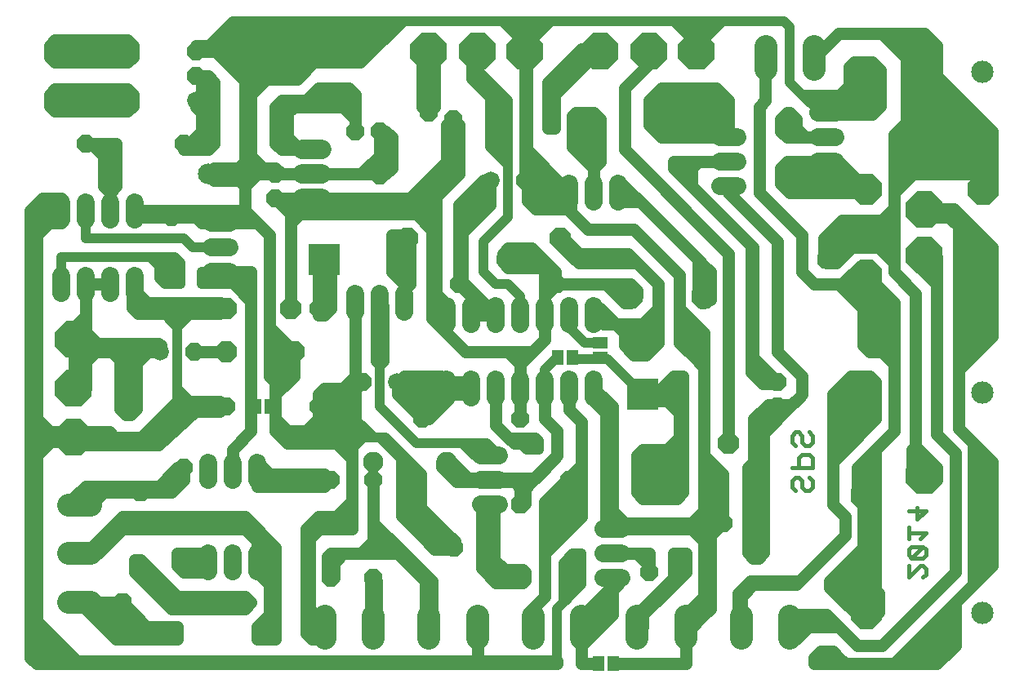
<source format=gbr>
G75*
%MOIN*%
%OFA0B0*%
%FSLAX24Y24*%
%IPPOS*%
%LPD*%
%AMOC8*
5,1,8,0,0,1.08239X$1,22.5*
%
%ADD10C,0.0180*%
%ADD11C,0.0150*%
%ADD12C,0.0720*%
%ADD13C,0.0920*%
%ADD14C,0.0720*%
%ADD15OC8,0.0720*%
%ADD16C,0.0872*%
%ADD17C,0.0833*%
%ADD18C,0.0840*%
%ADD19OC8,0.0760*%
%ADD20R,0.1280X0.1280*%
%ADD21OC8,0.1000*%
%ADD22C,0.0912*%
%ADD23C,0.0800*%
%ADD24R,0.0460X0.0630*%
%ADD25R,0.0630X0.0460*%
%ADD26C,0.0500*%
%ADD27C,0.0400*%
%ADD28OC8,0.0860*%
%ADD29C,0.0700*%
%ADD30C,0.0320*%
%ADD31OC8,0.1250*%
%ADD32OC8,0.1500*%
D10*
X038520Y019108D02*
X038657Y018971D01*
X038520Y019108D02*
X038520Y019381D01*
X038657Y019518D01*
X038794Y019518D01*
X038930Y019381D01*
X038930Y019108D01*
X039067Y018971D01*
X039204Y018971D01*
X039341Y019108D01*
X039341Y019381D01*
X039204Y019518D01*
X039341Y019892D02*
X038520Y019892D01*
X038794Y019892D02*
X038794Y020302D01*
X038930Y020439D01*
X039204Y020439D01*
X039341Y020302D01*
X039341Y019892D01*
X039204Y020813D02*
X039067Y020813D01*
X038930Y020949D01*
X038930Y021223D01*
X038794Y021360D01*
X038657Y021360D01*
X038520Y021223D01*
X038520Y020949D01*
X038657Y020813D01*
X039204Y020813D02*
X039341Y020949D01*
X039341Y021223D01*
X039204Y021360D01*
D11*
X043270Y018157D02*
X043981Y018157D01*
X043625Y017801D01*
X043625Y018275D01*
X043270Y017483D02*
X043270Y017010D01*
X043270Y017246D02*
X043981Y017246D01*
X043744Y017010D01*
X043862Y016691D02*
X043388Y016691D01*
X043270Y016573D01*
X043270Y016336D01*
X043388Y016218D01*
X043862Y016691D01*
X043981Y016573D01*
X043981Y016336D01*
X043862Y016218D01*
X043388Y016218D01*
X043270Y015900D02*
X043270Y015426D01*
X043744Y015900D01*
X043862Y015900D01*
X043981Y015781D01*
X043981Y015544D01*
X043862Y015426D01*
D12*
X031540Y015393D02*
X030820Y015393D01*
X030820Y016393D02*
X031540Y016393D01*
X031540Y017393D02*
X030820Y017393D01*
X026540Y018393D02*
X025820Y018393D01*
X025820Y019393D02*
X026540Y019393D01*
X026540Y020393D02*
X025820Y020393D01*
X025430Y022783D02*
X025430Y023503D01*
X024430Y023503D02*
X024430Y022783D01*
X026430Y022783D02*
X026430Y023503D01*
X027430Y023503D02*
X027430Y022783D01*
X028430Y022783D02*
X028430Y023503D01*
X029430Y023503D02*
X029430Y022783D01*
X030430Y022783D02*
X030430Y023503D01*
X030430Y025783D02*
X030430Y026503D01*
X029430Y026503D02*
X029430Y025783D01*
X028430Y025783D02*
X028430Y026503D01*
X027430Y026503D02*
X027430Y025783D01*
X026430Y025783D02*
X026430Y026503D01*
X025430Y026503D02*
X025430Y025783D01*
X024430Y025783D02*
X024430Y026503D01*
X022680Y026283D02*
X022680Y027003D01*
X021680Y027003D02*
X021680Y026283D01*
X020680Y026283D02*
X020680Y027003D01*
X015540Y027893D02*
X014820Y027893D01*
X014820Y028893D02*
X015540Y028893D01*
X015540Y029893D02*
X014820Y029893D01*
X011680Y030033D02*
X011680Y030753D01*
X010680Y030753D02*
X010680Y030033D01*
X009680Y030033D02*
X009680Y030753D01*
X008680Y030753D02*
X008680Y030033D01*
X008680Y027753D02*
X008680Y027033D01*
X009680Y027033D02*
X009680Y027753D01*
X010680Y027753D02*
X010680Y027033D01*
X011680Y027033D02*
X011680Y027753D01*
X014680Y020113D02*
X014680Y019393D01*
X015680Y019393D02*
X015680Y020113D01*
X016680Y020113D02*
X016680Y019393D01*
X016680Y016393D02*
X016680Y015673D01*
X015680Y015673D02*
X015680Y016393D01*
X014680Y016393D02*
X014680Y015673D01*
X029430Y030783D02*
X029430Y031503D01*
X030430Y031503D02*
X030430Y030783D01*
X031430Y030783D02*
X031430Y031503D01*
X035570Y031393D02*
X036290Y031393D01*
X036290Y032393D02*
X035570Y032393D01*
X035570Y033393D02*
X036290Y033393D01*
X039570Y033393D02*
X040290Y033393D01*
X040290Y032393D02*
X039570Y032393D01*
X039570Y034393D02*
X040290Y034393D01*
D13*
X039420Y036183D02*
X039420Y037103D01*
X037440Y037103D02*
X037440Y036183D01*
X009890Y018363D02*
X008970Y018363D01*
X008970Y016393D02*
X009890Y016393D01*
X009890Y014423D02*
X008970Y014423D01*
X019440Y013853D02*
X019440Y012933D01*
X021420Y012933D02*
X021420Y013853D01*
X023690Y013853D02*
X023690Y012933D01*
X025670Y012933D02*
X025670Y013853D01*
X027940Y013853D02*
X027940Y012933D01*
X029920Y012933D02*
X029920Y013853D01*
X032190Y013853D02*
X032190Y012933D01*
X034170Y012933D02*
X034170Y013853D01*
X036440Y013853D02*
X036440Y012933D01*
X038420Y012933D02*
X038420Y013853D01*
X009640Y034903D02*
X008720Y034903D01*
X008720Y036883D02*
X009640Y036883D01*
D14*
X014180Y034893D03*
X020430Y035193D03*
X026230Y031643D03*
X021680Y030443D03*
X022380Y023393D03*
X026130Y016643D03*
X037130Y017643D03*
X012730Y024643D03*
D15*
X014130Y024643D03*
X015430Y022393D03*
X013680Y019893D03*
X011430Y022393D03*
X013180Y028143D03*
X013180Y030143D03*
X013680Y033143D03*
X011180Y034893D03*
X011180Y036893D03*
X014180Y036893D03*
X014180Y035893D03*
X018180Y035893D03*
X020430Y036593D03*
X023680Y034393D03*
X024680Y034143D03*
X027630Y031643D03*
X028680Y034143D03*
X029680Y034143D03*
X033680Y034143D03*
X034430Y034143D03*
X038430Y034143D03*
X030805Y028393D03*
X028930Y027393D03*
X026805Y028393D03*
X024930Y027393D03*
X023680Y030393D03*
X021680Y031843D03*
X021680Y033643D03*
X020680Y033643D03*
X017430Y031893D03*
X017430Y030893D03*
X019180Y026393D03*
X020980Y023393D03*
X019180Y022393D03*
X019680Y019393D03*
X021430Y019393D03*
X023430Y021893D03*
X027430Y021893D03*
X029430Y019393D03*
X032680Y019643D03*
X033930Y019643D03*
X035730Y017643D03*
X033930Y015643D03*
X032680Y015643D03*
X029430Y015393D03*
X024730Y016643D03*
X021430Y015393D03*
X019680Y015393D03*
X017180Y013143D03*
X013680Y015893D03*
X013180Y013143D03*
X033930Y022393D03*
X033930Y023393D03*
X037930Y023393D03*
X037930Y022393D03*
X009680Y033143D03*
D16*
X009180Y025112D03*
X009180Y023143D03*
X009180Y021175D03*
X023711Y036893D03*
X025680Y036893D03*
X027649Y036893D03*
X030711Y036893D03*
X032680Y036893D03*
X034649Y036893D03*
D17*
X017680Y034143D03*
X017680Y033143D03*
X014680Y033143D03*
X014680Y034143D03*
X021430Y020143D03*
X024430Y020143D03*
D18*
X014680Y031893D03*
X010680Y031893D03*
D19*
X011930Y018893D03*
X011930Y015893D03*
X011180Y014393D03*
X016180Y014393D03*
X027430Y015393D03*
X027430Y018393D03*
X039930Y028393D03*
X039930Y031393D03*
X040180Y015143D03*
X040180Y012143D03*
D20*
X032430Y022893D03*
X019430Y028393D03*
D21*
X031930Y026893D03*
X034930Y026893D03*
D22*
X041568Y027781D03*
X043930Y028569D03*
X043930Y030468D03*
X041568Y031256D03*
X046292Y031256D03*
X046292Y027781D03*
X046292Y022978D03*
X043930Y019569D03*
X041568Y018781D03*
X046292Y018781D03*
X041568Y022978D03*
X041568Y013978D03*
X046292Y013978D03*
X046292Y036059D03*
X041568Y036059D03*
D23*
X019330Y032893D02*
X018530Y032893D01*
X018530Y031893D02*
X019330Y031893D01*
X019330Y030893D02*
X018530Y030893D01*
D24*
X017230Y022393D03*
X016630Y022393D03*
X028943Y024393D03*
X029543Y024393D03*
X030630Y011893D03*
X031230Y011893D03*
D25*
X030680Y024406D03*
X030680Y025006D03*
D26*
X007680Y011893D02*
X007430Y012143D01*
X007430Y014143D01*
X007680Y014393D01*
X007680Y013643D01*
X009430Y011893D01*
X008930Y011893D01*
X007930Y012893D01*
X007930Y012393D01*
X008180Y012143D01*
X008055Y012018D02*
X025430Y012018D01*
X025305Y011893D01*
X009430Y011893D01*
X008930Y011893D02*
X007680Y011893D01*
X007680Y012393D01*
X008055Y012018D01*
X007680Y012393D02*
X007680Y013643D01*
X007430Y014143D02*
X007430Y020143D01*
X008430Y021143D01*
X007680Y021893D01*
X007680Y029393D01*
X008180Y029893D01*
X008680Y029893D01*
X008680Y030393D01*
X008180Y030393D01*
X007430Y029643D01*
X007430Y020143D01*
X007680Y020893D02*
X007680Y021175D01*
X007680Y021893D01*
X007680Y021175D02*
X009180Y021175D01*
X007680Y020893D02*
X007680Y014393D01*
X009210Y014393D02*
X009430Y014423D01*
X009430Y014393D02*
X010680Y013143D01*
X010930Y012893D01*
X012930Y012893D01*
X013430Y012893D01*
X013430Y013393D01*
X013180Y013393D01*
X013430Y013143D01*
X013180Y013143D02*
X012930Y013393D01*
X013180Y013393D01*
X013180Y013143D02*
X012430Y013143D01*
X011180Y014393D01*
X010930Y014143D01*
X010680Y014143D01*
X011180Y013643D01*
X011180Y013393D01*
X010430Y014143D01*
X009930Y014143D01*
X010930Y013143D01*
X011930Y013143D01*
X012430Y013143D01*
X011930Y013143D02*
X011680Y013393D01*
X012930Y013393D01*
X013180Y013143D02*
X012930Y012893D01*
X011680Y013393D02*
X011180Y013893D01*
X011180Y014393D01*
X009430Y014393D01*
X009210Y014393D01*
X010680Y013143D02*
X010930Y013143D01*
X013180Y014143D02*
X016180Y014143D01*
X016430Y014393D01*
X016180Y014643D01*
X013430Y014643D01*
X011930Y016143D01*
X011680Y016143D01*
X011680Y015643D01*
X013180Y014143D01*
X013430Y014393D02*
X011930Y015893D01*
X013430Y015893D02*
X013680Y015643D01*
X014680Y015643D01*
X014680Y016393D01*
X013430Y016393D01*
X013430Y015893D01*
X013680Y015893D02*
X014680Y015893D01*
X014680Y016393D01*
X016180Y017393D02*
X016680Y016893D01*
X016930Y016893D01*
X017430Y016393D01*
X017430Y014893D01*
X016680Y015643D01*
X016680Y016393D01*
X016680Y017393D01*
X016180Y017893D01*
X011180Y017893D01*
X009680Y016393D01*
X009180Y016393D01*
X009430Y016393D02*
X010180Y016393D01*
X011180Y017393D01*
X016180Y017393D01*
X016680Y017393D01*
X016930Y017143D01*
X017430Y016643D01*
X017430Y016393D01*
X017180Y016143D02*
X016930Y016393D01*
X017180Y016143D02*
X017180Y013893D01*
X016680Y013393D01*
X017180Y013393D01*
X017180Y013143D01*
X017180Y012893D01*
X017430Y012893D01*
X017430Y014893D01*
X017180Y013893D02*
X017180Y013393D01*
X017180Y012893D02*
X016680Y012893D01*
X016680Y013393D01*
X016430Y014393D02*
X016180Y014393D01*
X013430Y014393D01*
X009930Y018393D02*
X010430Y018893D01*
X011930Y018893D01*
X013180Y018893D01*
X013680Y019393D01*
X013680Y019893D01*
X012930Y019143D01*
X012680Y019143D02*
X013430Y019893D01*
X013680Y019893D01*
X012680Y019143D02*
X009680Y019143D01*
X008930Y018393D01*
X009430Y018393D01*
X009430Y018893D01*
X011930Y018893D01*
X009430Y018393D02*
X009430Y018363D01*
X011430Y022393D02*
X011430Y024143D01*
X011430Y024643D01*
X009680Y024643D01*
X009680Y024862D01*
X009680Y025518D01*
X009680Y026143D01*
X009680Y027393D01*
X010680Y027393D01*
X011680Y027393D02*
X011680Y027143D01*
X011680Y026393D01*
X013430Y026393D01*
X014180Y026393D01*
X015430Y026393D01*
X015180Y026643D01*
X012180Y026643D01*
X011680Y027143D01*
X009680Y024862D02*
X009180Y025112D01*
X009680Y024643D02*
X009680Y024518D01*
X009680Y023643D01*
X009680Y023143D01*
X009180Y023143D01*
X011430Y024643D02*
X012305Y024643D01*
X012680Y024643D01*
X012730Y024643D01*
X014130Y024643D02*
X015430Y024643D01*
X017180Y024643D02*
X017180Y023643D01*
X017430Y023393D01*
X017430Y024893D01*
X017930Y024393D01*
X017930Y023893D01*
X017680Y023643D01*
X017430Y023393D02*
X017430Y022893D01*
X018180Y023643D01*
X018180Y024643D01*
X017180Y025643D01*
X017180Y029393D01*
X016680Y029893D01*
X014430Y029893D01*
X014180Y030143D01*
X011680Y030143D01*
X011680Y030393D02*
X013180Y030393D01*
X013180Y030143D01*
X013180Y030393D02*
X015180Y030393D01*
X016180Y030393D01*
X016180Y031393D01*
X016680Y031893D01*
X016180Y032393D01*
X015680Y031893D01*
X016180Y031393D01*
X016180Y031643D01*
X014930Y031643D01*
X014680Y031893D01*
X017430Y031893D01*
X017180Y032143D01*
X017430Y032143D01*
X017680Y031893D01*
X017430Y031893D01*
X016680Y031893D01*
X016180Y031893D01*
X016180Y031643D01*
X016180Y031893D02*
X015680Y031893D01*
X014680Y031893D01*
X014930Y032143D01*
X016930Y032143D01*
X016430Y032643D01*
X016430Y035143D01*
X016680Y035393D01*
X016430Y035643D01*
X016430Y036143D01*
X016430Y036393D01*
X016680Y036643D01*
X016930Y036643D01*
X016430Y036143D01*
X016430Y035643D02*
X017180Y036393D01*
X017180Y036643D01*
X017430Y036393D01*
X017430Y036143D01*
X017180Y036143D01*
X016180Y035143D01*
X016180Y034893D01*
X016430Y035143D01*
X016180Y035143D02*
X016180Y035643D01*
X016180Y036893D01*
X017430Y036893D01*
X017930Y036393D01*
X018430Y036393D01*
X018680Y036643D01*
X018930Y036393D01*
X018305Y035768D01*
X018180Y035768D01*
X018180Y035893D01*
X018180Y036893D01*
X018930Y036893D01*
X018930Y036393D01*
X018680Y036643D02*
X018430Y036643D01*
X018180Y036893D02*
X017430Y036893D01*
X017430Y036393D01*
X018055Y035768D01*
X017055Y035768D01*
X016680Y035393D01*
X016180Y034893D02*
X016180Y032393D01*
X016180Y031893D01*
X016930Y032143D02*
X017180Y032143D01*
X017680Y031893D02*
X018930Y031893D01*
X021930Y031893D01*
X022180Y032143D01*
X022180Y033393D01*
X021930Y033643D01*
X021680Y033643D01*
X021680Y032643D01*
X020930Y031893D01*
X021630Y031893D01*
X021680Y031843D01*
X021680Y033643D01*
X020680Y033643D02*
X020680Y034143D01*
X020180Y034643D01*
X018180Y034643D01*
X017930Y034393D01*
X017930Y033393D01*
X018430Y032893D01*
X018930Y032893D01*
X018430Y032893D02*
X017930Y032893D01*
X017680Y032893D01*
X017430Y033143D01*
X017430Y034643D01*
X017680Y034893D01*
X018680Y034893D01*
X019180Y035393D01*
X020430Y035393D01*
X020680Y035143D01*
X020680Y034393D01*
X020180Y034893D01*
X018680Y034893D01*
X017680Y034893D02*
X017680Y034143D01*
X017680Y033143D01*
X017930Y032893D01*
X018930Y031893D02*
X020930Y031893D01*
X021680Y030893D02*
X022930Y030893D01*
X024430Y032393D01*
X024430Y032143D01*
X024680Y032143D01*
X024930Y032393D01*
X024930Y031893D01*
X023930Y030893D01*
X023680Y030893D01*
X023180Y030893D01*
X023305Y030768D01*
X023680Y030393D01*
X023680Y030268D01*
X023805Y030143D01*
X023805Y026643D01*
X023805Y026018D01*
X024430Y025393D01*
X024430Y026143D01*
X024305Y026143D01*
X023805Y026643D01*
X023930Y026643D02*
X023930Y029518D01*
X023180Y030268D01*
X018430Y030268D01*
X018305Y030393D01*
X018180Y030393D01*
X018180Y030143D02*
X018930Y030893D01*
X018680Y030893D01*
X018430Y030643D01*
X021430Y030643D01*
X021680Y030393D01*
X018555Y030393D01*
X018430Y030268D01*
X018055Y029893D01*
X018055Y030893D01*
X018930Y030893D01*
X021680Y030893D01*
X021680Y030443D01*
X021680Y030393D02*
X023680Y030393D01*
X023930Y030143D01*
X023930Y029518D01*
X022930Y029393D02*
X022930Y027393D01*
X022680Y027143D01*
X022680Y027393D01*
X022180Y027893D01*
X022180Y029393D01*
X022930Y029393D01*
X022805Y029268D02*
X022680Y029143D01*
X022680Y027393D01*
X022680Y027143D02*
X022680Y026643D01*
X021805Y026518D02*
X021805Y024268D01*
X021680Y024143D01*
X021555Y024268D01*
X021555Y026518D01*
X021805Y026518D01*
X021680Y026643D02*
X021680Y024143D01*
X020980Y023393D02*
X020930Y023343D01*
X020680Y023143D01*
X020680Y021893D01*
X020180Y021893D01*
X019680Y021393D01*
X019430Y021393D01*
X019430Y022643D01*
X019680Y022893D01*
X020180Y022893D01*
X020180Y022393D01*
X019680Y021893D01*
X019680Y022393D01*
X019930Y022643D01*
X020180Y023143D02*
X019430Y023143D01*
X019180Y022893D01*
X019180Y022393D01*
X019180Y021893D01*
X018680Y021393D01*
X017930Y021393D01*
X017430Y021893D01*
X017430Y021393D01*
X017680Y021393D01*
X017680Y021143D02*
X017930Y020893D01*
X019930Y020893D01*
X020555Y020268D01*
X020555Y020331D01*
X019743Y021143D01*
X020555Y021956D01*
X021305Y021206D01*
X020993Y021206D01*
X020493Y020706D01*
X020430Y021018D02*
X020680Y021018D01*
X020805Y021143D01*
X020555Y021143D02*
X020430Y021143D01*
X019743Y021143D01*
X019180Y021143D01*
X017680Y021143D01*
X017430Y021393D01*
X017430Y021893D02*
X017430Y022393D01*
X017430Y022893D01*
X016430Y022393D02*
X016430Y021393D01*
X015680Y020643D01*
X015680Y019393D01*
X016680Y019393D02*
X016680Y019143D01*
X016930Y019143D01*
X016680Y019393D01*
X019680Y019393D01*
X019430Y019143D01*
X017430Y019143D01*
X016930Y019143D01*
X017180Y019643D02*
X019430Y019643D01*
X019680Y019393D01*
X020555Y020268D02*
X020555Y017393D01*
X018680Y017393D01*
X019180Y017893D01*
X019930Y017893D01*
X020430Y018393D01*
X020430Y017893D01*
X020180Y017643D01*
X019430Y017643D01*
X018805Y017018D01*
X018805Y014143D01*
X019305Y013643D01*
X019430Y013393D02*
X019430Y012893D01*
X018930Y012893D01*
X018680Y013143D01*
X018680Y013393D01*
X018680Y016893D01*
X018805Y017018D01*
X018680Y016893D02*
X018680Y017393D01*
X019680Y016393D02*
X019555Y016268D01*
X019555Y015518D01*
X019680Y015393D01*
X019680Y015893D01*
X019805Y016018D01*
X019805Y015393D01*
X019680Y015893D02*
X019680Y016393D01*
X020180Y016393D01*
X020930Y016393D01*
X021430Y016893D01*
X021930Y016393D01*
X022430Y016393D01*
X023555Y015268D01*
X023555Y013268D01*
X023680Y013268D01*
X023805Y013393D01*
X023805Y015268D01*
X023680Y015393D01*
X022680Y016393D01*
X021555Y017518D01*
X021555Y017143D01*
X022055Y016643D01*
X021930Y016393D02*
X021430Y016393D01*
X020930Y016393D01*
X021430Y016393D02*
X021430Y016893D01*
X021430Y019393D01*
X020555Y020331D02*
X020555Y021143D01*
X020555Y021956D01*
X020555Y023018D01*
X020680Y023143D01*
X020680Y023643D01*
X020180Y023143D01*
X020680Y023643D02*
X020680Y026643D01*
X019680Y026393D02*
X019680Y028393D01*
X019180Y028393D01*
X019180Y026143D01*
X019430Y026143D01*
X019680Y026393D01*
X019430Y026643D02*
X019430Y028393D01*
X018055Y029893D02*
X018055Y026393D01*
X019180Y026393D02*
X019430Y026643D01*
X018180Y024643D02*
X017180Y024643D01*
X017180Y025643D01*
X016430Y026643D02*
X016430Y022393D01*
X016680Y020143D02*
X017180Y019643D01*
X019180Y021143D02*
X019180Y021893D01*
X022430Y022893D02*
X023430Y021893D01*
X023680Y021893D01*
X024430Y022643D01*
X024430Y023393D01*
X025430Y023393D01*
X025430Y022893D01*
X023680Y022893D01*
X023180Y022893D01*
X023430Y023143D02*
X023680Y022893D01*
X023930Y022893D02*
X023930Y022643D01*
X024430Y023143D01*
X025430Y023143D01*
X026430Y023143D02*
X026430Y021643D01*
X026930Y021143D01*
X027180Y020893D01*
X027430Y020893D01*
X027930Y020893D01*
X028930Y020643D02*
X028930Y020393D01*
X027930Y019393D01*
X027805Y019393D01*
X027430Y019393D01*
X027430Y019018D01*
X027430Y018393D01*
X028430Y018393D02*
X028430Y018518D01*
X029805Y019893D01*
X029805Y018268D01*
X028680Y017143D01*
X028680Y017643D01*
X029680Y018643D01*
X029680Y019143D01*
X028680Y018143D01*
X028430Y018393D02*
X028430Y016393D01*
X029930Y017893D01*
X029930Y019893D01*
X029430Y019393D01*
X028430Y018393D01*
X027430Y019393D02*
X026180Y019393D01*
X025180Y019393D01*
X024430Y020143D01*
X023430Y021893D02*
X023930Y022643D01*
X023930Y022893D02*
X023430Y023393D01*
X024180Y023393D01*
X024180Y023143D01*
X023430Y022393D01*
X023180Y022393D01*
X022680Y022893D01*
X022930Y023143D01*
X023430Y023143D01*
X023430Y023393D02*
X022430Y023393D01*
X022680Y023643D01*
X024180Y023643D01*
X024430Y023393D01*
X025180Y024643D02*
X024430Y025393D01*
X025180Y024643D02*
X026930Y024643D01*
X027930Y024643D01*
X028430Y025143D01*
X028430Y026143D01*
X028430Y026893D01*
X028430Y027893D01*
X028180Y028143D01*
X028930Y027393D02*
X030930Y027393D01*
X031680Y026643D01*
X031930Y026643D01*
X032180Y026893D01*
X032180Y027143D01*
X031930Y027393D01*
X031430Y027393D01*
X031930Y026893D01*
X031430Y027393D02*
X030930Y027393D01*
X030805Y028393D02*
X029930Y028393D01*
X030055Y028268D01*
X029805Y028268D01*
X029555Y028518D01*
X028930Y029143D01*
X029055Y029268D02*
X029805Y028518D01*
X029555Y028518D01*
X029805Y028518D02*
X029930Y028393D01*
X030055Y028268D02*
X032180Y028268D01*
X033055Y027393D01*
X033055Y026393D01*
X033055Y026143D01*
X032555Y025643D01*
X032180Y025643D01*
X032055Y025518D01*
X032055Y024893D01*
X032180Y024893D01*
X032305Y024768D01*
X032430Y024768D01*
X032805Y025143D01*
X032805Y025518D01*
X032430Y025143D01*
X032430Y025768D02*
X031305Y025768D01*
X031680Y025393D01*
X031680Y024893D01*
X032055Y024518D01*
X032555Y024518D01*
X033055Y025018D01*
X033055Y026143D01*
X033055Y026393D02*
X032430Y025768D01*
X031305Y025768D02*
X030680Y026393D01*
X030430Y026393D01*
X030430Y026143D02*
X030805Y025768D01*
X031305Y025768D01*
X028930Y027393D02*
X028430Y026893D01*
X026430Y026393D02*
X025680Y026393D01*
X025430Y026643D01*
X025430Y026893D01*
X025430Y027143D01*
X026430Y026143D01*
X025430Y026143D01*
X025430Y026643D01*
X025430Y026893D02*
X024930Y027393D01*
X024930Y029393D01*
X024930Y029893D01*
X025930Y030893D01*
X025930Y031143D01*
X025180Y030393D01*
X025180Y029643D01*
X025055Y029518D01*
X025055Y027518D01*
X025430Y027143D01*
X024430Y026393D02*
X024430Y026143D01*
X023930Y026643D01*
X026930Y024643D02*
X027430Y024143D01*
X027930Y024643D01*
X027430Y024143D02*
X027430Y023143D01*
X027430Y021893D01*
X028430Y021893D02*
X028430Y023143D01*
X029430Y023143D02*
X029430Y022268D01*
X029930Y021768D01*
X029930Y019893D01*
X029680Y019393D02*
X029680Y019143D01*
X030930Y018393D02*
X031180Y018643D01*
X031180Y018143D01*
X031680Y017643D01*
X034430Y017643D01*
X034930Y018143D01*
X035430Y017643D01*
X035680Y017643D01*
X035680Y019643D01*
X034930Y020393D01*
X034930Y019893D01*
X035430Y019393D01*
X035430Y017893D01*
X035430Y017643D02*
X035180Y017643D01*
X035180Y014143D01*
X034930Y013893D01*
X034180Y013143D01*
X034170Y013393D02*
X034920Y014153D01*
X034930Y014393D01*
X034930Y013893D01*
X034930Y014393D02*
X034930Y014643D01*
X034180Y013893D01*
X034180Y011893D01*
X031430Y011893D01*
X030430Y011893D02*
X029930Y011893D01*
X029930Y012643D01*
X029930Y013893D01*
X029930Y013393D02*
X029920Y013393D01*
X029930Y013393D02*
X030680Y013393D01*
X029930Y012643D01*
X030680Y013393D02*
X031180Y013893D01*
X031180Y014643D01*
X031180Y014893D01*
X031430Y015143D01*
X031430Y015393D01*
X031180Y015393D01*
X031180Y015143D01*
X031180Y014893D01*
X032180Y013893D02*
X033930Y015643D01*
X034180Y015643D01*
X034180Y016393D01*
X033930Y016393D01*
X033680Y016393D01*
X033680Y015143D01*
X032430Y013893D01*
X032430Y013393D01*
X032180Y013393D01*
X032190Y013393D02*
X032190Y013903D01*
X033930Y015393D01*
X033930Y015643D01*
X033930Y016393D01*
X034180Y015643D02*
X033680Y015143D01*
X032680Y015643D02*
X032680Y015893D01*
X032180Y016393D01*
X031180Y016393D01*
X032180Y016393D02*
X032680Y016393D01*
X032680Y015643D01*
X034930Y014643D02*
X034930Y016893D01*
X035680Y017643D01*
X035730Y017643D01*
X035180Y017643D02*
X034930Y017643D01*
X034930Y017393D01*
X034930Y016893D01*
X034430Y017393D01*
X034930Y017393D01*
X034930Y017643D02*
X034930Y018143D01*
X034930Y019893D01*
X034930Y020393D02*
X034930Y024018D01*
X034555Y024393D01*
X034680Y024643D01*
X034680Y025143D01*
X034180Y025643D01*
X034180Y025768D01*
X034180Y025643D02*
X034180Y025143D01*
X034805Y024518D01*
X034930Y024518D01*
X034930Y025393D01*
X033930Y026393D01*
X033930Y025018D01*
X034555Y024393D01*
X034805Y024518D01*
X034930Y024518D02*
X034930Y024018D01*
X034055Y023643D02*
X034055Y023518D01*
X033930Y023643D01*
X034055Y023643D01*
X034055Y023518D02*
X034055Y023143D01*
X034055Y018893D01*
X033805Y018643D01*
X033680Y018643D01*
X032680Y018643D01*
X032430Y018643D01*
X032180Y018893D01*
X032180Y020393D01*
X032430Y020643D01*
X033430Y020643D01*
X033930Y021143D01*
X033930Y020643D01*
X033430Y020143D01*
X032680Y020143D01*
X032430Y020393D01*
X032430Y019893D01*
X033680Y019893D01*
X033680Y019143D01*
X032930Y019143D01*
X032680Y019643D02*
X032680Y018643D01*
X033680Y018643D02*
X033930Y018893D01*
X033930Y019643D01*
X032680Y019643D01*
X033930Y019643D02*
X033930Y020643D01*
X033930Y021143D02*
X033930Y022143D01*
X033180Y022893D01*
X032930Y022893D01*
X033180Y023143D01*
X033680Y023143D01*
X033930Y022893D02*
X033930Y022393D01*
X033930Y022143D01*
X033680Y022643D02*
X032430Y022643D01*
X032430Y022893D02*
X032930Y022893D01*
X033180Y022893D02*
X033930Y022893D01*
X033930Y023393D01*
X033930Y023643D02*
X033680Y023643D01*
X033180Y023143D01*
X031180Y022393D02*
X031180Y021893D01*
X030930Y022143D01*
X030930Y018393D01*
X030930Y017393D01*
X031180Y017393D01*
X034430Y017393D01*
X037130Y017643D02*
X037130Y021593D01*
X037430Y021893D01*
X037930Y022393D01*
X038430Y022393D01*
X037180Y021143D01*
X035930Y020893D02*
X035930Y028643D01*
X031680Y032893D01*
X031680Y035393D01*
X032680Y036393D01*
X032680Y036893D01*
X033180Y035393D02*
X034430Y035393D01*
X035180Y035393D01*
X035680Y034893D01*
X035680Y034643D01*
X035180Y035143D01*
X035180Y035393D02*
X035430Y035393D01*
X035930Y034893D01*
X035930Y033393D01*
X033180Y033393D01*
X032680Y033893D01*
X032680Y034143D01*
X033180Y033643D01*
X035430Y033643D01*
X035680Y033893D01*
X034430Y035143D01*
X033430Y035143D01*
X032930Y034643D01*
X034680Y034643D01*
X034930Y034393D01*
X033180Y034393D01*
X032680Y034143D02*
X032680Y034893D01*
X033180Y035393D01*
X034430Y035393D02*
X035680Y034143D01*
X034430Y034143D01*
X033680Y034143D01*
X032680Y034143D01*
X033680Y032393D02*
X033680Y032143D01*
X033930Y032393D01*
X033680Y032393D01*
X033680Y032143D02*
X034430Y031393D01*
X034430Y032143D01*
X034180Y031893D01*
X034180Y032393D01*
X034680Y032393D01*
X035930Y032393D01*
X035930Y033393D02*
X035930Y033893D01*
X035680Y034143D01*
X035680Y034393D02*
X035680Y034643D01*
X037180Y034643D02*
X037430Y034893D01*
X037430Y036633D01*
X037440Y036643D01*
X039420Y036643D02*
X039680Y036893D01*
X040430Y037643D01*
X042180Y037643D01*
X043180Y036643D01*
X043180Y034018D01*
X042680Y033518D01*
X042680Y031143D01*
X042680Y030518D01*
X042180Y030018D01*
X040555Y030018D01*
X040180Y029643D01*
X040430Y029393D01*
X041430Y029393D01*
X041680Y029643D01*
X041180Y029643D01*
X040680Y029143D01*
X040555Y029018D01*
X040680Y029018D01*
X040805Y028893D01*
X042555Y028893D01*
X042680Y029018D01*
X042680Y029393D01*
X042555Y029518D01*
X041680Y029518D01*
X041430Y029268D01*
X042305Y029268D01*
X042430Y029143D01*
X041805Y029143D01*
X042680Y028268D01*
X042680Y027893D01*
X043555Y027018D01*
X043555Y020768D01*
X043430Y020643D01*
X043430Y020393D01*
X043430Y019393D01*
X044430Y019393D01*
X044430Y019643D01*
X043680Y020393D01*
X043680Y020643D02*
X043430Y020393D01*
X043680Y020643D02*
X044430Y019893D01*
X044430Y019643D01*
X043930Y019569D02*
X043555Y019944D01*
X043555Y020768D01*
X042680Y021393D02*
X041930Y020643D01*
X041930Y014643D01*
X041555Y015018D01*
X041555Y015268D01*
X042055Y014768D01*
X042055Y014018D01*
X041680Y013643D01*
X041180Y014143D01*
X041180Y014393D01*
X040555Y015018D01*
X041430Y015018D01*
X041305Y014893D01*
X041305Y013768D01*
X040055Y015018D01*
X040055Y015143D01*
X040555Y015643D01*
X041555Y015643D01*
X041180Y015268D01*
X040555Y015268D01*
X041430Y016143D01*
X041430Y016643D01*
X041430Y018643D01*
X041180Y018893D01*
X041180Y019893D01*
X041568Y020281D01*
X041568Y018781D01*
X041568Y015143D01*
X040180Y015143D01*
X040055Y015143D01*
X040055Y015268D01*
X041430Y016643D01*
X040680Y017143D02*
X038680Y015143D01*
X036930Y015143D01*
X036440Y014653D01*
X036440Y013393D01*
X036430Y013393D02*
X036430Y013768D01*
X036305Y013893D01*
X036305Y014768D01*
X036805Y015268D01*
X038805Y015268D01*
X039180Y015643D01*
X040680Y017143D02*
X040680Y017893D01*
X040180Y018393D01*
X040180Y020143D01*
X040180Y020643D01*
X041680Y022143D01*
X041680Y023393D01*
X041180Y023393D01*
X040430Y022643D01*
X040430Y022143D01*
X041180Y022893D01*
X041180Y022643D01*
X041430Y022393D01*
X040430Y021393D01*
X040180Y021590D02*
X040180Y020643D01*
X040180Y020143D02*
X041930Y021893D01*
X041930Y023393D01*
X041680Y023643D01*
X040930Y023643D01*
X040180Y022893D01*
X040180Y021590D01*
X041568Y022978D01*
X040430Y022143D02*
X040430Y021893D01*
X038930Y022893D02*
X038930Y023643D01*
X037930Y024643D01*
X037930Y029143D01*
X035930Y031143D01*
X035930Y031393D01*
X037180Y031143D02*
X038930Y029393D01*
X038930Y027893D01*
X039430Y027393D01*
X040430Y027393D01*
X040555Y027393D01*
X041305Y028143D01*
X041680Y028143D01*
X041930Y027893D01*
X041930Y026893D01*
X042680Y026143D01*
X042680Y025768D01*
X041305Y027143D01*
X040805Y027143D01*
X040680Y027268D01*
X041055Y027268D01*
X041305Y027518D01*
X041680Y027143D01*
X041568Y027756D02*
X042680Y026643D01*
X042680Y026143D01*
X042680Y025768D02*
X042680Y025143D01*
X041430Y026393D01*
X041430Y025893D01*
X042680Y024643D01*
X042680Y024143D01*
X042180Y024643D01*
X041680Y024643D01*
X041430Y024893D01*
X041430Y025393D01*
X042180Y024643D01*
X042680Y024643D02*
X042680Y025143D01*
X041430Y025393D02*
X041430Y025893D01*
X041430Y026393D02*
X041680Y026393D01*
X041430Y026393D02*
X040430Y027393D01*
X040305Y028268D02*
X040055Y028268D01*
X039930Y028268D01*
X039805Y028393D01*
X039805Y029268D01*
X040180Y029643D01*
X040680Y029643D01*
X040680Y029143D01*
X040555Y029018D02*
X040180Y028643D01*
X040180Y028393D01*
X040055Y028268D01*
X039930Y028268D02*
X039930Y028393D01*
X039930Y028893D01*
X040680Y029643D01*
X041180Y029643D01*
X041430Y029393D02*
X040305Y028268D01*
X041542Y027781D02*
X041568Y027781D01*
X041568Y027756D01*
X042680Y028268D02*
X042680Y029018D01*
X042680Y029393D02*
X042680Y029643D01*
X041680Y029643D01*
X041680Y029143D02*
X041805Y029143D01*
X042680Y029643D02*
X042680Y030518D01*
X042680Y031143D02*
X043180Y031643D01*
X043930Y032393D01*
X045180Y032393D01*
X045430Y032143D01*
X045180Y032643D02*
X044430Y032643D01*
X044180Y032643D01*
X043930Y032393D01*
X044430Y032643D02*
X044430Y035393D01*
X046430Y033393D01*
X046430Y032893D01*
X044680Y034643D01*
X044680Y034143D01*
X046180Y032643D01*
X046180Y032143D01*
X044680Y033643D01*
X044680Y033143D01*
X044930Y032893D01*
X045430Y032893D01*
X046430Y031893D01*
X043180Y031893D01*
X042930Y031643D01*
X043180Y031643D01*
X042930Y031643D02*
X042930Y032143D01*
X043930Y033143D01*
X043930Y036393D01*
X043430Y036393D01*
X043430Y033643D01*
X042930Y033143D01*
X042930Y032643D01*
X043430Y033143D01*
X043430Y033643D01*
X044180Y032893D02*
X043180Y031893D01*
X044180Y032893D02*
X044180Y036393D01*
X043680Y036893D01*
X043180Y037393D01*
X042930Y037393D02*
X043680Y036643D01*
X043680Y036893D01*
X044430Y036643D02*
X044430Y037143D01*
X043930Y037643D01*
X043430Y037643D01*
X044430Y036643D01*
X044430Y035893D01*
X044430Y035393D01*
X044430Y035893D02*
X046680Y033643D01*
X046680Y031393D01*
X046430Y031143D01*
X046292Y031256D02*
X046292Y031531D01*
X046180Y031643D01*
X046180Y032143D01*
X046430Y031893D02*
X046430Y032893D01*
X046180Y031643D02*
X045180Y032643D01*
X046430Y031893D02*
X046430Y031643D01*
X045105Y030468D02*
X046180Y029393D01*
X046680Y028893D01*
X046680Y027643D01*
X046680Y027393D01*
X045430Y026143D01*
X045430Y025393D01*
X045680Y025143D01*
X045680Y025393D01*
X046430Y026143D01*
X046430Y026643D01*
X045680Y025893D01*
X045680Y025393D01*
X045305Y024518D02*
X046555Y025768D01*
X046555Y027518D01*
X046680Y027643D01*
X046680Y027393D02*
X046680Y025268D01*
X045305Y023893D01*
X045305Y024518D01*
X045305Y026518D01*
X045305Y029768D01*
X044930Y030143D01*
X045055Y030143D01*
X045805Y029393D01*
X045805Y027143D01*
X045680Y027018D01*
X045680Y028893D01*
X046180Y029393D01*
X046180Y027893D01*
X046292Y027781D01*
X046180Y027794D01*
X046180Y027393D01*
X045305Y026518D01*
X044430Y027393D02*
X044430Y028518D01*
X044305Y028643D01*
X044180Y028643D01*
X043930Y028569D02*
X043930Y027893D01*
X043680Y028143D01*
X043930Y027893D02*
X044430Y027393D01*
X044430Y021268D01*
X045180Y020518D01*
X045180Y015643D01*
X042180Y012643D01*
X041180Y012643D01*
X040430Y013393D01*
X039180Y013393D01*
X038680Y012893D01*
X038430Y012893D01*
X038430Y013893D01*
X039930Y013893D01*
X040430Y013393D01*
X040180Y012393D02*
X039680Y012393D01*
X039430Y012143D01*
X039430Y011893D01*
X040430Y011893D01*
X040680Y011893D01*
X040430Y012143D01*
X040180Y012393D01*
X040180Y012143D02*
X040430Y012143D01*
X040180Y012143D02*
X040430Y011893D01*
X040680Y011893D02*
X042680Y011893D01*
X044430Y011893D01*
X045180Y012643D01*
X045180Y014393D01*
X043180Y012393D01*
X043430Y012143D01*
X043930Y012143D01*
X044930Y013143D01*
X044930Y013643D01*
X043680Y012393D01*
X043930Y012143D02*
X044180Y012143D01*
X044930Y012893D01*
X044930Y013143D01*
X045180Y014393D02*
X045930Y015143D01*
X045930Y020893D01*
X045305Y021518D01*
X045305Y023893D01*
X042680Y024143D02*
X042680Y021393D01*
X041930Y020643D02*
X041568Y020281D01*
X041430Y018768D02*
X041430Y018643D01*
X041568Y015143D02*
X041568Y013978D01*
X043180Y012393D02*
X042680Y011893D01*
X039180Y013393D02*
X038420Y013393D01*
X045930Y015143D02*
X046292Y015506D01*
X046680Y015893D01*
X046680Y020143D01*
X046292Y020531D01*
X045930Y020893D01*
X046292Y020531D02*
X046292Y018781D01*
X046292Y015506D01*
X038930Y022893D02*
X038805Y022768D01*
X038430Y022393D01*
X037930Y023393D02*
X036930Y024393D01*
X036930Y028893D01*
X036805Y029018D01*
X034430Y031393D01*
X034430Y032143D02*
X034680Y032393D01*
X034180Y032393D02*
X033930Y032393D01*
X032305Y030768D02*
X031430Y030768D01*
X031430Y030893D02*
X031430Y031143D01*
X031430Y031393D01*
X031430Y031518D01*
X031555Y031518D01*
X031930Y031143D01*
X032305Y030768D01*
X034680Y028393D01*
X034680Y026768D01*
X034805Y026643D01*
X034930Y026643D01*
X034930Y026893D01*
X034930Y028143D01*
X035180Y027893D01*
X035180Y026768D01*
X033930Y026393D02*
X033930Y027768D01*
X032055Y029643D01*
X030180Y029643D01*
X029430Y030393D01*
X029430Y031143D01*
X028930Y031643D01*
X028430Y031643D01*
X027930Y032143D01*
X027680Y032143D01*
X027630Y031643D02*
X028430Y031643D01*
X028930Y031643D02*
X027680Y032893D01*
X027680Y036643D01*
X027630Y036875D02*
X027649Y036893D01*
X027649Y037925D01*
X027680Y037643D02*
X027930Y037643D01*
X028180Y037893D01*
X027630Y036875D02*
X027630Y031643D01*
X026230Y031643D02*
X026180Y031643D01*
X026180Y030643D01*
X025180Y029643D01*
X025055Y029518D02*
X024930Y029393D01*
X024930Y029893D02*
X024930Y030643D01*
X025930Y031643D01*
X026180Y031643D01*
X024930Y032393D02*
X024680Y032643D01*
X024680Y034143D01*
X024930Y033893D01*
X024930Y032393D01*
X024430Y032393D02*
X024430Y033893D01*
X024680Y034143D01*
X023930Y034643D02*
X023680Y034393D01*
X023430Y034643D01*
X023430Y037143D01*
X023680Y037143D01*
X023930Y036893D01*
X023930Y034643D01*
X023680Y034393D02*
X023680Y036862D01*
X023711Y036893D01*
X021680Y037893D02*
X020680Y036893D01*
X020680Y036643D01*
X020430Y036593D02*
X020180Y036893D01*
X020430Y037143D01*
X014680Y037143D01*
X014180Y037143D01*
X014180Y036893D01*
X014930Y036893D01*
X015430Y036893D01*
X016180Y036893D01*
X014930Y035643D02*
X014680Y035893D01*
X014680Y035393D01*
X014180Y034893D01*
X014180Y034643D01*
X014680Y034143D01*
X014680Y033893D01*
X013930Y033143D01*
X014430Y033143D01*
X014430Y035893D01*
X014680Y035893D01*
X014430Y035893D02*
X014180Y035893D01*
X014680Y035393D01*
X014680Y034893D01*
X014680Y034143D01*
X014680Y033143D01*
X014430Y033143D01*
X014680Y032893D02*
X014930Y033143D01*
X014930Y035643D01*
X014680Y034893D02*
X014180Y034893D01*
X013930Y033143D02*
X013680Y033143D01*
X013680Y032893D01*
X014680Y032893D01*
X017430Y030893D02*
X018180Y030143D01*
X018055Y030893D02*
X017430Y030893D01*
X016680Y029893D02*
X016180Y030393D01*
X015180Y030393D02*
X015180Y029893D01*
X015180Y027893D02*
X016430Y027893D01*
X016430Y026643D01*
X016180Y027643D02*
X014680Y027643D01*
X010680Y030393D02*
X010680Y031143D01*
X010930Y031393D01*
X010930Y033143D01*
X010680Y033143D01*
X010680Y031893D01*
X010680Y031143D01*
X010430Y031393D01*
X010430Y032643D01*
X009930Y033143D01*
X009680Y033143D01*
X010430Y033143D01*
X010680Y033143D01*
X011180Y034893D02*
X011180Y034903D01*
X011180Y036883D02*
X011180Y036893D01*
X018055Y035768D02*
X018180Y035768D01*
X018930Y036893D02*
X020180Y036893D01*
X020430Y035193D02*
X020180Y034893D01*
X020680Y034393D02*
X020680Y034143D01*
X022930Y030893D02*
X023430Y030393D01*
X023680Y030393D01*
X023180Y030893D02*
X022930Y030893D01*
X028555Y033768D02*
X028555Y035643D01*
X029930Y037018D01*
X030805Y037018D01*
X030805Y036643D01*
X030680Y036518D01*
X030180Y036518D01*
X028805Y035143D01*
X028805Y033768D01*
X028680Y033768D01*
X028555Y033768D01*
X028680Y033768D02*
X028680Y034143D01*
X028680Y035393D01*
X030180Y036893D01*
X030711Y036893D01*
X030430Y034393D02*
X029680Y034393D01*
X029555Y034268D01*
X029555Y033643D01*
X029680Y033768D01*
X029680Y033518D01*
X030305Y032893D01*
X030305Y033893D01*
X030055Y034143D01*
X029680Y034143D02*
X030430Y033393D01*
X030430Y032268D01*
X030430Y032143D01*
X029555Y033018D01*
X029555Y033143D01*
X029555Y033643D01*
X029555Y033143D02*
X030430Y032268D01*
X030430Y032143D02*
X030680Y032393D01*
X030680Y034143D01*
X030430Y034393D01*
X030430Y032143D02*
X030430Y031143D01*
X031430Y031143D02*
X031930Y031143D01*
X029180Y029393D02*
X029055Y029393D01*
X029805Y028643D01*
X031805Y028643D01*
X032055Y028393D01*
X032180Y028268D01*
X032055Y028393D02*
X030805Y028393D01*
X034680Y028393D02*
X034930Y028143D01*
X037180Y031143D02*
X037180Y034643D01*
X038055Y034143D02*
X038055Y033643D01*
X038305Y033393D01*
X038930Y033393D01*
X038680Y033643D01*
X038680Y033768D01*
X039055Y033393D01*
X039680Y033393D01*
X039930Y033393D01*
X039055Y033393D02*
X038930Y033393D01*
X038680Y033643D02*
X038430Y033893D01*
X038430Y034143D01*
X038680Y034143D02*
X038430Y034393D01*
X038305Y034393D01*
X038055Y034143D01*
X038680Y034143D02*
X038680Y033768D01*
X039930Y034393D02*
X040930Y034393D01*
X041568Y035031D01*
X041568Y036059D01*
X041680Y036143D02*
X041930Y035893D01*
X041680Y036143D02*
X041180Y036143D01*
X041180Y035143D01*
X042180Y037643D02*
X043430Y037643D01*
X042930Y037393D02*
X042680Y037393D01*
X040430Y032393D02*
X038930Y032393D01*
X038430Y031893D01*
X038430Y031393D01*
X039930Y031393D01*
X039930Y032393D01*
X038305Y032393D01*
X038055Y032143D01*
X038055Y031518D01*
X038430Y031143D01*
X041430Y031143D01*
X041555Y031268D01*
X040430Y032393D01*
X040180Y032143D02*
X040430Y031893D01*
X040680Y031643D02*
X038680Y031643D01*
X038680Y031893D01*
X038930Y032143D01*
X040180Y032143D01*
X040680Y031643D02*
X040930Y031393D01*
X041180Y031393D01*
X041456Y031143D01*
X041568Y031256D01*
X040930Y031393D02*
X039930Y031393D01*
X043930Y030468D02*
X045105Y030468D01*
X044930Y030143D02*
X044180Y030143D01*
X034680Y036893D02*
X034680Y037143D01*
X034680Y037393D01*
X035180Y037893D01*
X034180Y037893D01*
X034649Y037893D02*
X034649Y037925D01*
X034649Y037893D02*
X034649Y036893D01*
X022430Y023393D02*
X022430Y022893D01*
X022430Y023393D02*
X022380Y023393D01*
X028430Y021893D02*
X028930Y021393D01*
X028930Y020643D01*
X030430Y022643D02*
X030930Y022143D01*
X031180Y021893D02*
X031180Y018643D01*
X031180Y018143D02*
X031180Y017393D01*
X029680Y015143D02*
X029430Y015143D01*
X028430Y014653D02*
X028430Y016393D01*
X027430Y015393D02*
X026680Y015393D01*
X026180Y015893D01*
X026180Y016593D01*
X026130Y016643D01*
X026180Y016693D01*
X026180Y018393D01*
X022680Y016393D02*
X022430Y016393D01*
X021430Y015393D02*
X021555Y015268D01*
X021555Y013393D01*
X021430Y013393D02*
X021430Y013768D01*
X021305Y013893D01*
X021305Y015268D01*
X021430Y015393D01*
X021420Y015383D01*
X021420Y013393D01*
X019440Y013393D02*
X019430Y013393D01*
X018680Y013393D01*
X019805Y016018D02*
X020180Y016393D01*
X023555Y015268D02*
X023680Y015143D01*
X023680Y015393D01*
X023680Y015143D02*
X023680Y013393D01*
X023690Y013393D01*
X025670Y013393D02*
X025680Y013393D01*
X025680Y011893D01*
X028680Y011893D01*
X028930Y011893D01*
X028930Y012018D01*
X025430Y012018D01*
X025305Y011893D02*
X025680Y011893D01*
X027940Y013883D02*
X027930Y014143D01*
X028430Y014653D01*
X031180Y022393D02*
X030430Y023143D01*
X030430Y022643D01*
X008680Y030393D02*
X008680Y030893D01*
X007930Y030893D01*
X007430Y030393D01*
X007430Y029643D01*
X007680Y029393D02*
X007680Y030393D01*
X008680Y030393D01*
D27*
X009680Y030393D02*
X009680Y029268D01*
X013680Y029268D01*
X014055Y028893D01*
X015180Y028893D01*
X015180Y027893D02*
X014430Y027893D01*
X014430Y027393D01*
X015680Y027393D01*
X016430Y026643D01*
X016430Y027143D01*
X015930Y027643D01*
X015180Y027893D02*
X014680Y027893D01*
X013555Y028268D02*
X013555Y027393D01*
X012930Y027393D01*
X012680Y027643D01*
X012680Y028143D01*
X012305Y028518D01*
X012430Y028518D01*
X013055Y027893D01*
X013055Y027643D01*
X013305Y027643D01*
X013305Y028018D01*
X013180Y028143D02*
X012805Y028518D01*
X013305Y028518D01*
X013555Y028268D01*
X012805Y028518D02*
X012430Y028518D01*
X012305Y028518D02*
X008680Y028518D01*
X008680Y027393D01*
X009680Y026143D02*
X009680Y025643D01*
X009430Y025393D01*
X009680Y025268D02*
X010055Y024893D01*
X009680Y024518D01*
X009430Y024643D02*
X009430Y024893D01*
X008930Y025393D01*
X009680Y026143D01*
X009680Y025518D02*
X009680Y025268D01*
X009680Y025518D02*
X010180Y025018D01*
X012680Y025018D01*
X012805Y024893D01*
X012805Y024643D01*
X012680Y024643D01*
X012305Y024643D02*
X011805Y024143D01*
X011805Y022268D01*
X011555Y022018D01*
X011430Y022018D01*
X011180Y022268D01*
X011180Y024518D01*
X010805Y024518D01*
X011055Y024268D01*
X011055Y022268D01*
X011305Y022018D01*
X011430Y022018D01*
X011430Y022393D01*
X010680Y021393D02*
X010930Y021143D01*
X011930Y021143D01*
X013430Y022643D01*
X013930Y022643D01*
X013430Y023143D01*
X013430Y025643D01*
X013930Y026143D01*
X015180Y026143D01*
X015430Y026393D01*
X014180Y026393D02*
X013930Y026143D01*
X013680Y026143D02*
X013180Y026143D01*
X013430Y026143D02*
X013430Y025643D01*
X012680Y026393D01*
X011680Y026393D01*
X011555Y026393D02*
X011555Y027268D01*
X011680Y027393D01*
X011555Y026393D02*
X011805Y026143D01*
X013430Y026143D01*
X013430Y026393D01*
X012055Y024768D02*
X011430Y024143D01*
X010805Y024768D01*
X010305Y024768D01*
X009680Y024143D01*
X009680Y023643D01*
X009430Y023393D02*
X009430Y024643D01*
X009180Y024893D01*
X009180Y025143D01*
X009180Y023393D01*
X008930Y023143D01*
X008930Y022893D01*
X009180Y021175D02*
X012711Y021175D01*
X013430Y021893D01*
X013930Y022393D01*
X013430Y022393D01*
X012180Y021143D01*
X012680Y020893D02*
X007680Y020893D01*
X007930Y020893D02*
X007930Y021393D01*
X010680Y021393D01*
X009180Y021143D02*
X008180Y021143D01*
X007930Y020893D01*
X009180Y020768D02*
X012680Y020768D01*
X014180Y022143D01*
X015180Y022143D01*
X015430Y022393D01*
X015180Y022643D01*
X013930Y022643D01*
X013930Y022393D02*
X015430Y022393D01*
X016430Y022393D02*
X016630Y022393D01*
X017230Y022393D02*
X017430Y022393D01*
X020430Y021143D02*
X021680Y021143D01*
X022555Y020268D01*
X022555Y017893D01*
X023180Y017268D01*
X023305Y017143D01*
X023930Y016518D01*
X024555Y016518D01*
X024180Y016893D01*
X023680Y016893D01*
X023430Y017143D02*
X023180Y017393D01*
X023180Y017268D01*
X023180Y017393D02*
X022930Y017643D01*
X022930Y017768D01*
X023430Y017268D01*
X023680Y017268D01*
X023180Y017768D01*
X023180Y018518D01*
X024430Y017268D01*
X024055Y017268D01*
X023680Y017268D01*
X023430Y017143D02*
X023305Y017143D01*
X023430Y017143D02*
X024305Y017143D01*
X024680Y016768D01*
X024805Y016768D01*
X024805Y016893D01*
X024430Y017268D01*
X024430Y017143D02*
X024305Y017143D01*
X024430Y017143D02*
X024730Y016843D01*
X024730Y016643D01*
X024805Y016518D02*
X024555Y016518D01*
X024055Y017268D02*
X023430Y017893D01*
X023430Y019643D01*
X022930Y020143D01*
X021930Y021143D01*
X020805Y021143D01*
X020555Y021143D01*
X021430Y020143D02*
X021430Y019393D01*
X022930Y020143D02*
X022930Y017768D01*
X023180Y018518D02*
X023180Y019643D01*
X024180Y019893D02*
X024805Y019268D01*
X027180Y019268D01*
X027430Y019018D01*
X027680Y019268D01*
X027930Y019268D01*
X027680Y019018D01*
X027680Y018393D01*
X027430Y018393D01*
X026680Y018393D02*
X026430Y018143D01*
X026430Y016143D01*
X026805Y015768D01*
X027555Y015768D01*
X027680Y015643D01*
X027680Y015268D01*
X027555Y015143D01*
X026430Y015143D01*
X025805Y015768D01*
X025805Y018393D01*
X026055Y018393D01*
X026180Y018393D01*
X026680Y018393D01*
X027680Y019268D02*
X027805Y019393D01*
X027930Y019268D02*
X028180Y019518D01*
X025305Y019518D01*
X024555Y020268D01*
X024430Y020268D01*
X024430Y020143D01*
X024305Y020143D02*
X024180Y020143D01*
X024180Y019893D01*
X025055Y020893D02*
X023180Y020893D01*
X021680Y022393D01*
X021680Y024143D01*
X024430Y026393D02*
X024430Y026643D01*
X024055Y027018D01*
X024055Y030018D01*
X024055Y031268D01*
X023680Y030893D01*
X023680Y030643D01*
X023930Y030393D01*
X023680Y030393D02*
X024055Y030018D01*
X023305Y030768D02*
X024055Y031518D01*
X024055Y031268D01*
X024055Y031518D02*
X024680Y032143D01*
X024680Y034143D01*
X026180Y035018D02*
X026180Y033018D01*
X026805Y032393D01*
X026930Y032393D01*
X026930Y032518D01*
X026680Y032768D01*
X026680Y035018D01*
X026930Y034893D02*
X025680Y036143D01*
X025680Y036893D01*
X025555Y036893D01*
X025430Y036768D01*
X025430Y036268D01*
X025430Y036143D01*
X025430Y035768D01*
X026180Y035018D01*
X026430Y035143D02*
X026430Y032768D01*
X026930Y032268D01*
X026930Y032393D01*
X026930Y032268D02*
X026930Y030143D01*
X025930Y029143D01*
X025930Y027893D01*
X026430Y027393D01*
X026930Y027393D01*
X027430Y026893D01*
X027430Y026143D01*
X028555Y027143D02*
X028555Y027768D01*
X028305Y028018D01*
X026930Y028018D01*
X026680Y028268D01*
X026680Y028393D01*
X026930Y028643D01*
X027930Y028643D01*
X028680Y027893D01*
X028930Y027893D01*
X028930Y027393D01*
X028930Y027893D02*
X028430Y028393D01*
X027930Y028893D01*
X026930Y028893D01*
X026680Y028643D01*
X026680Y028393D01*
X026805Y028393D02*
X028430Y028393D01*
X028055Y030393D02*
X029555Y030393D01*
X029555Y030643D01*
X028805Y031393D01*
X027930Y031393D01*
X027930Y030893D01*
X028055Y030768D01*
X029055Y030768D01*
X028680Y031143D01*
X028180Y031143D01*
X028055Y031268D01*
X027680Y030768D02*
X028055Y030393D01*
X027680Y030768D02*
X027680Y032143D01*
X026930Y032518D02*
X026930Y034893D01*
X026430Y035143D02*
X025430Y036143D01*
X026680Y038143D02*
X027180Y038143D01*
X027680Y037643D01*
X027649Y037925D02*
X027430Y038143D01*
X027867Y038143D01*
X027649Y037925D01*
X027867Y038143D02*
X028680Y038143D01*
X027680Y037143D01*
X026680Y038143D01*
X022680Y038143D01*
X022180Y038143D01*
X021930Y037893D01*
X021930Y038143D01*
X021430Y038143D01*
X015680Y038143D01*
X014680Y037143D01*
X014930Y037143D01*
X015680Y037893D01*
X020930Y037893D01*
X020430Y037393D01*
X015680Y037393D01*
X015930Y037643D01*
X020430Y037643D01*
X020430Y037143D02*
X021180Y037893D01*
X020930Y037893D01*
X021180Y037893D02*
X021430Y038143D01*
X021930Y038143D02*
X022180Y038143D01*
X021930Y037893D02*
X020680Y036643D01*
X018680Y036643D01*
X018930Y036393D02*
X020930Y036393D01*
X022680Y038143D01*
X027180Y038143D02*
X027430Y038143D01*
X028680Y038143D02*
X033680Y038143D01*
X034680Y037143D01*
X035680Y038143D01*
X035305Y038143D01*
X035180Y037893D01*
X035305Y038143D02*
X034774Y038143D01*
X034430Y038143D01*
X033680Y038143D01*
X034430Y038143D02*
X034649Y037925D01*
X034649Y037893D02*
X034774Y038143D01*
X035680Y038143D02*
X038180Y038143D01*
X038430Y037893D01*
X038430Y035643D01*
X038930Y035143D01*
X040680Y035143D01*
X041680Y036143D01*
X041680Y035893D01*
X042180Y035393D01*
X042180Y036143D01*
X041805Y036518D01*
X041055Y036518D01*
X040805Y036268D01*
X040805Y035518D01*
X040305Y035018D01*
X040430Y034643D02*
X041930Y034643D01*
X041930Y035393D01*
X042180Y035393D02*
X042180Y034643D01*
X041805Y034268D01*
X041680Y034393D01*
X041805Y034268D02*
X039555Y034268D01*
X039555Y034768D01*
X039430Y034893D01*
X040930Y034893D01*
X041180Y035143D01*
X041430Y035393D01*
X041180Y035393D01*
X040430Y034643D01*
X039680Y034643D01*
X039680Y034393D02*
X038930Y035143D01*
X039680Y034393D02*
X039930Y034393D01*
X036805Y029018D02*
X036805Y024268D01*
X037430Y023643D01*
X037305Y023268D02*
X036805Y023768D01*
X036805Y024268D01*
X037305Y023268D02*
X037930Y023268D01*
X037930Y023393D01*
X037555Y022518D02*
X038555Y022518D01*
X038805Y022768D01*
X037555Y022518D02*
X036930Y021893D01*
X036930Y019768D01*
X037055Y019893D01*
X037055Y020893D01*
X037180Y020893D01*
X037180Y021143D01*
X037180Y021643D01*
X037430Y021893D01*
X037430Y016393D01*
X037180Y016143D01*
X036930Y016393D01*
X036930Y017893D01*
X037180Y017643D02*
X037180Y016143D01*
X036930Y016143D01*
X036680Y016393D01*
X036680Y019893D01*
X037180Y020393D01*
X037180Y020893D01*
X032430Y022893D02*
X030980Y024343D01*
X030743Y024343D01*
X030680Y024406D01*
X030618Y024343D01*
X029780Y024343D01*
X029543Y024393D01*
X028943Y024393D02*
X028930Y024393D01*
X028430Y023893D01*
X028430Y023143D01*
X028055Y021143D02*
X026930Y021143D01*
X027430Y020893D02*
X027680Y020643D01*
X028180Y020643D01*
X028180Y020768D02*
X028055Y020643D01*
X028180Y020768D02*
X028180Y021018D01*
X028055Y021143D01*
X028930Y020643D02*
X028930Y020268D01*
X028180Y019518D01*
X026555Y020393D02*
X025555Y020393D01*
X025055Y020893D01*
X025180Y020893D01*
X025680Y020893D01*
X025930Y020643D01*
X026055Y020893D02*
X026555Y020393D01*
X026180Y020393D02*
X025680Y020393D01*
X025180Y020893D01*
X026055Y020893D01*
X030068Y025006D02*
X029430Y025643D01*
X029430Y026143D01*
X030068Y025006D02*
X030680Y025006D01*
X029180Y030643D02*
X029055Y030768D01*
X016180Y035643D02*
X016180Y036143D01*
X015430Y036893D01*
X014930Y036893D02*
X016180Y035643D01*
X015680Y037393D02*
X015430Y037393D01*
X011680Y037143D02*
X011680Y036643D01*
X011430Y036393D01*
X009180Y036393D01*
X008430Y036393D01*
X008180Y036643D01*
X008180Y037143D01*
X008430Y037393D01*
X011430Y037393D01*
X011680Y037143D01*
X011180Y036893D02*
X011180Y036643D01*
X009180Y036643D01*
X008680Y036643D01*
X008930Y036893D01*
X008930Y037143D01*
X008680Y037143D01*
X008430Y036893D01*
X008680Y036643D01*
X009180Y036643D02*
X009180Y036393D01*
X009180Y035393D02*
X008680Y035393D01*
X008430Y035143D01*
X008430Y034893D01*
X008680Y034643D01*
X008930Y034643D01*
X008930Y034893D01*
X008680Y035143D01*
X008930Y035143D01*
X009180Y034893D02*
X009180Y035393D01*
X011430Y035393D01*
X011680Y035143D01*
X011680Y034643D01*
X011430Y034393D01*
X008430Y034393D01*
X008180Y034643D01*
X008180Y035143D01*
X008430Y035393D01*
X008680Y035393D01*
X013430Y023143D02*
X013430Y022643D01*
X013430Y022393D01*
X013430Y021893D01*
X016680Y016393D02*
X016930Y016393D01*
X027940Y013883D02*
X027940Y013393D01*
X028930Y014143D02*
X028930Y012018D01*
X028680Y011893D01*
X029920Y011903D02*
X029930Y011893D01*
X029920Y011903D02*
X029920Y013393D01*
X028930Y014143D02*
X029180Y014393D01*
X029180Y016018D01*
X029555Y016393D01*
X029930Y016393D01*
X029930Y015143D01*
X029430Y014643D01*
X029305Y014518D01*
X029305Y015768D01*
X029680Y016143D01*
X029680Y015518D01*
X029555Y015393D01*
X029430Y015393D02*
X029430Y015143D01*
X029430Y014643D01*
X029305Y014518D02*
X029180Y014393D01*
X030430Y011893D02*
X030630Y011893D01*
X031230Y011893D02*
X031430Y011893D01*
X034180Y011893D02*
X034180Y013143D01*
X034180Y013383D01*
X034170Y013393D01*
D28*
X035930Y020893D03*
X027930Y020893D03*
X018180Y024643D03*
X018055Y026393D03*
X015430Y026393D03*
X015430Y024643D03*
X022805Y029268D03*
X029055Y029268D03*
D29*
X011180Y034903D02*
X009180Y034903D01*
X009180Y036883D02*
X011180Y036883D01*
D30*
X031430Y015393D02*
X031180Y015143D01*
X029930Y013893D01*
X029930Y013643D01*
X030930Y014643D01*
X030930Y014393D01*
X030180Y013643D01*
X029930Y013643D01*
X029930Y013393D01*
X030180Y013643D02*
X030430Y013643D01*
X031180Y014393D01*
X031180Y014643D01*
D31*
X041555Y013956D03*
X041555Y018768D03*
X046305Y018768D03*
X041555Y022956D03*
X041555Y027768D03*
X041555Y031268D03*
X046305Y031268D03*
X046305Y027768D03*
X041555Y036018D03*
D32*
X034618Y036893D03*
X032680Y036893D03*
X030680Y036893D03*
X027618Y036893D03*
X025680Y036893D03*
X023680Y036893D03*
X009180Y025143D03*
X009180Y023143D03*
X009180Y021143D03*
X043930Y019581D03*
X043930Y028581D03*
X043930Y030456D03*
M02*

</source>
